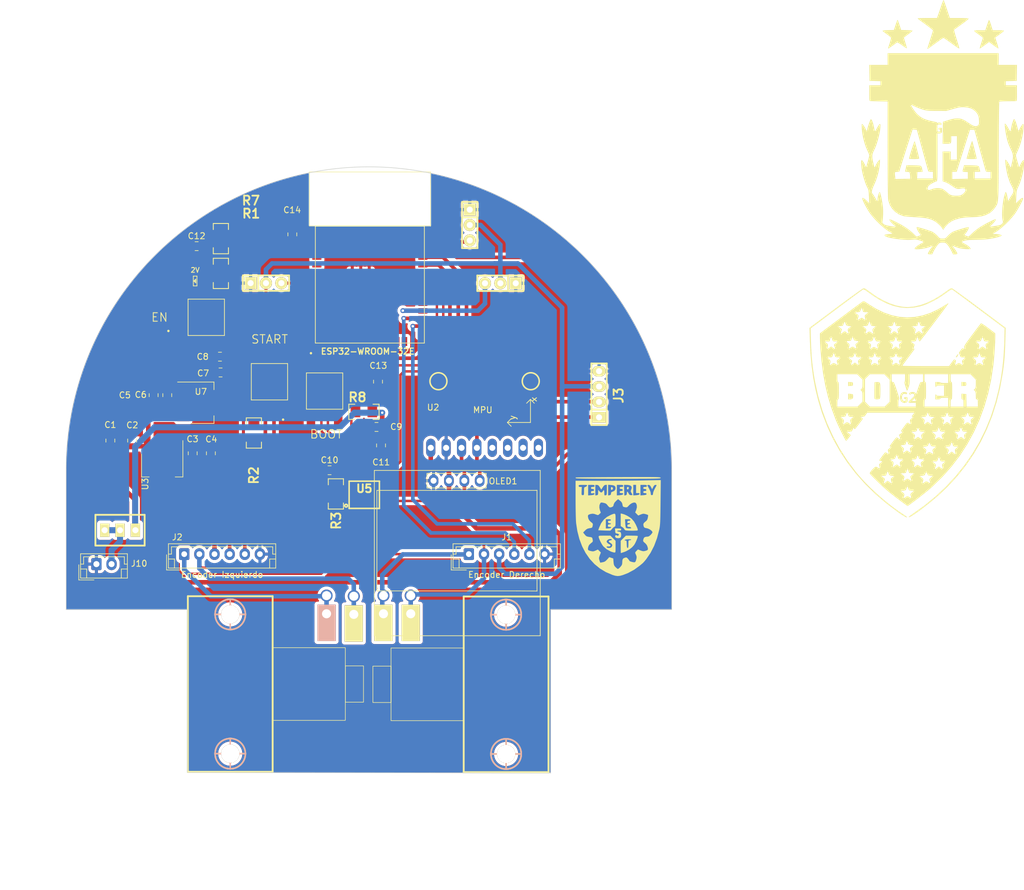
<source format=kicad_pcb>
(kicad_pcb (version 20221018) (generator pcbnew)
  (layers (0 "F.Cu" signal) (31 "B.Cu" signal) (34 "B.Paste" user) (35 "F.Paste" user) (36 "B.SilkS" user "B.Silkscreen") (37 "F.SilkS" user "F.Silkscreen") (38 "B.Mask" user) (39 "F.Mask" user) (44 "Edge.Cuts" user))
  (net 0 "")
  (net 1 "+BATT")
  (net 2 "GND")
  (net 3 "+5V")
  (net 4 "+3.3V")
  (net 5 "/EN")
  (net 6 "/BOOT")
  (net 7 "/OUT_A_MOTOR1")
  (net 8 "/OUT_B_MOTOR1")
  (net 9 "/OUT_M1_DA")
  (net 10 "/OUT_M1_DB")
  (net 11 "/OUT_A_MOTOR2")
  (net 12 "/OUT_B_MOTOR2")
  (net 13 "/OUT_M2_DA")
  (net 14 "/OUT_M2_DB")
  (net 15 "VCC")
  (net 16 "Net-(LED_ESP32-A)")
  (net 17 "/IR_IZQ")
  (net 18 "/IR_DER")
  (net 19 "/START")
  (net 20 "Net-(U5-nSLEEP)")
  (net 21 "/M2_IN1")
  (net 22 "/M2_IN2")
  (net 23 "/M1_IN2")
  (net 24 "/IR_FRONTAL")
  (net 25 "/TX")
  (net 26 "/RX")
  (net 27 "/M1_IN1")
  (net 31 "/SCL")
  (net 32 "/SDA")
  (net 35 "/INT_MPU6050")
  (net 36 "/NFAULT")
  (net 37 "Net-(U5-VCP)")
  (footprint "EESTN5:R_1206" (layer "F.Cu") (at 149.175 70.25)
    (fp_text reference "R8")
    (fp_text value "1OK" hide)
  )
  (footprint "EESTN5:R_1206" (layer "F.Cu") (at 131 73.75 90)
    (fp_text reference "R2")
    (fp_text value "10K" hide)
  )
  (footprint "Capacitor_SMD:C_0805_2012Metric" (layer "F.Cu") (at 137.35 40.95 90)
    (fp_text reference "C14")
    (fp_text value "100nF")
  )
  (footprint "Capacitor_SMD:C_0805_2012Metric" (layer "F.Cu") (at 125.5 63.75 180)
    (fp_text reference "C7")
    (fp_text value "100nF")
  )
  (footprint "Connector_JST:JST_EH_B6B-EH-A_1x06_P2.50mm_Vertical" (layer "F.Cu") (at 166.5 93.75)
    (fp_text reference "J1")
    (fp_text value "Encoder Derecho")
  )
  (footprint "Connector_JST:JST_EH_B2B-EH-A_1x02_P2.50mm_Vertical" (layer "F.Cu") (at 105 95.4)
    (fp_text reference "J10")
    (fp_text value "7.4v")
  )
  (footprint "EESTN5:EESTN5" (layer "F.Cu") (at 191.15 89.175)
    (fp_text reference "G1" hide)
    (fp_text value "LOGO_EESTN5_2" hide)
  )
  (footprint "EESTN5:Led_0805" (layer "F.Cu") (at 121.3 48.65 180)
    (fp_text reference "LED_ESP32" hide)
    (fp_text value "2V")
  )
  (footprint "Capacitor_SMD:C_0805_2012Metric" (layer "F.Cu") (at 120.9 77.1 -90)
    (fp_text reference "C3")
    (fp_text value "100nF")
  )
  (footprint "EESTN5:Cable_Doble_1,5mm" (layer "F.Cu") (at 147.5 103.7)
    (fp_text reference "J11" hide)
    (fp_text value "Cable_PAD" hide)
  )
  (footprint "EESTN5:pin_strip_4" (layer "F.Cu") (at 188 67.35 90)
    (fp_text reference "J3")
    (fp_text value "Programador" hide)
  )
  (footprint "Capacitor_SMD:C_0805_2012Metric" (layer "F.Cu") (at 116.7 67.5 90)
    (fp_text reference "C6")
    (fp_text value "100nF")
  )
  (footprint "EESTN5:Cable_Doble_1,5mm" (layer "F.Cu") (at 156.9 103.6)
    (fp_text reference "J7" hide)
    (fp_text value "Cable_PAD" hide)
  )
  (footprint "Capacitor_SMD:C_0805_2012Metric" (layer "F.Cu") (at 125.4 61.15 180)
    (fp_text reference "C8")
    (fp_text value "10uF")
  )
  (footprint "EESTN5:Pin_Strip_3" (layer "F.Cu") (at 166.65 39.41 -90)
    (fp_text reference "J8" hide)
    (fp_text value "Distancia_Frontal" hide)
  )
  (footprint "EESTN5:AFA" (layer "F.Cu") (at 244.729387 23.475069)
    (fp_text reference "G3")
    (fp_text value "LOGO" hide)
  )
  (footprint "EESTN5:Pololu_Micro_Con_Soporte_Simple" (layer "F.Cu") (at 127.1 115.2 -90)
    (fp_text reference "H1" hide)
    (fp_text value "Soporte_Motor_IZQ" hide)
  )
  (footprint "EESTN5:Pin_Strip_3" (layer "F.Cu") (at 171.704 49.022 180)
    (fp_text reference "J4" hide)
    (fp_text value "Distancia_Der" hide)
  )
  (footprint "EESTN5:128x64OLED" (layer "F.Cu") (at 164.29 92.225)
    (fp_text reference "OLED1")
    (fp_text value "SSD1306-SSD1306-128x64_OLED")
  )
  (footprint "EESTN5:Pololu_Micro_Con_Soporte_Simple" (layer "F.Cu") (at 172.65 115.25 90)
    (fp_text reference "H2" hide)
    (fp_text value "Soporte_Motor_DER" hide)
  )
  (footprint "Package_TO_SOT_SMD:SOT-223-3_TabPin2" (layer "F.Cu") (at 122.5 68.75)
    (fp_text reference "U7")
    (fp_text value "AMS1117-3.3")
  )
  (footprint "EESTN5:Pin_Strip_3" (layer "F.Cu") (at 133 49)
    (fp_text reference "J5" hide)
    (fp_text value "Distancia_Izq" hide)
  )
  (footprint "Capacitor_SMD:C_0805_2012Metric" (layer "F.Cu") (at 151.5 65.275 -90)
    (fp_text reference "C13")
    (fp_text value "1nf")
  )
  (footprint "EESTN5:Cable_Doble_1,5mm" (layer "F.Cu") (at 152.4 103.6)
    (fp_text reference "J6" hide)
    (fp_text value "Cable_PAD" hide)
  )
  (footprint "Capacitor_SMD:C_0805_2012Metric" (layer "F.Cu") (at 151.25 72.75)
    (fp_text reference "C9")
    (fp_text value "10uF")
  )
  (footprint "EESTN5:HTSSOP-16" (layer "F.Cu") (at 149.23 83.953)
    (fp_text reference "U5")
    (fp_text value "DRV8833" hide)
  )
  (footprint "Capacitor_SMD:C_0805_2012Metric" (layer "F.Cu") (at 143.5 79.9)
    (fp_text reference "C10")
    (fp_text value "2,2uF")
  )
  (footprint "EESTN5:Bover_huella_frontal" (layer "F.Cu") (at 239.031584 67.945451)
    (fp_text reference "G2")
    (fp_text value "LOGO" hide)
  )
  (footprint "EESTN5:R_1206" (layer "F.Cu") (at 125.55 41.65 -90)
    (fp_text reference "R7")
    (fp_text value "10K" hide)
  )
  (footprint "EESTN5:SW_SPDT_TH_100Mils_VERTICAL" (layer "F.Cu") (at 108.9 89.8)
    (fp_text reference "SW1" hide)
    (fp_text value "SW_SPDT" hide)
  )
  (footprint "Capacitor_SMD:C_0805_2012Metric" (layer "F.Cu") (at 152 75.8 -90)
    (fp_text reference "C11")
    (fp_text value "10nF")
  )
  (footprint "Footprints:MPU-6050" (layer "F.Cu") (at 160.21 76.2 90)
    (fp_text reference "U2")
    (fp_text value "MPU")
  )
  (footprint "EESTN5:R_1206" (layer "F.Cu") (at 144.54 83.81 90)
    (fp_text reference "R3")
    (fp_text value "47K" hide)
  )
  (footprint "EESTN5:SW_TL3301FF160QG" (layer "F.Cu") (at 123.1375 54.65)
    (fp_text reference "SW_EN1" hide)
    (fp_text value "EN")
  )
  (footprint "Package_TO_SOT_SMD:SOT-223-3_TabPin2" (layer "F.Cu") (at 115.862 79.097 -90)
    (fp_text reference "U3")
    (fp_text value "AMS1117-5.0")
  )
  (footprint "EESTN5:SW_TL3301FF160QG" (layer "F.Cu") (at 133.575 65.2875 90)
    (fp_text reference "SW_START1" hide)
    (fp_text value "START")
  )
  (footprint "EESTN5:R_1206" (layer "F.Cu") (at 125.55 47.4 -90)
    (fp_text reference "R1")
    (fp_text value "470" hide)
  )
  (footprint "Capacitor_SMD:C_0805_2012Metric" (layer "F.Cu") (at 107.3 75 90)
    (fp_text reference "C1")
    (fp_text value "10uF")
  )
  (footprint "Capacitor_SMD:C_0805_2012Metric" (layer "F.Cu") (at 114.45 67.5 90)
    (fp_text reference "C5")
    (fp_text value "10uF")
  )
  (footprint "EESTN5:ESP32-WROOM-32E" (layer "F.Cu") (at 150.15 49.145)
    (fp_text reference "U1" hide)
    (fp_text value "ESP32-WROOM-32E")
  )
  (footprint "Capacitor_SMD:C_0805_2012Metric" (layer "F.Cu") (at 123.9 77.1 90)
    (fp_text reference "C4")
    (fp_text value "10uF")
  )
  (footprint "Capacitor_SMD:C_0805_2012Metric" (layer "F.Cu") (at 110.9 75 90)
    (fp_text reference "C2")
    (fp_text value "100nF")
  )
  (footprint "Connector_JST:JST_EH_B6B-EH-A_1x06_P2.50mm_Vertical" (layer "F.Cu") (at 119.5 93.75)
    (fp_text reference "J2")
    (fp_text value "Encoder Izquierdo")
  )
  (footprint "Capacitor_SMD:C_0805_2012Metric" (layer "F.Cu") (at 121.55 42.9)
    (fp_text reference "C12")
    (fp_text value "1nf")
  )
  (footprint "EESTN5:SW_TL3301FF160QG" (layer "F.Cu") (at 142.675 66.825 -90)
    (fp_text reference "SW_BOOT1" hide)
    (fp_text value "BOOT")
  )
  (footprint "EESTN5:Cable_Doble_1,5mm" (layer "B.Cu") (at 143 103.6 180)
    (fp_text reference "J9" hide)
    (fp_text value "Cable_PAD" hide)
  )
  (gr_arc (start 100 79.8) (mid 150 29.8) (end 200 79.8) (stroke (width 0.1)) (layer "Edge.Cuts"))
  (gr_line (start 120 129.8) (end 120 102.9) (stroke (width 0.1)) (layer "Edge.Cuts"))
  (gr_line (start 180 102.9) (end 200 102.9) (stroke (width 0.1)) (layer "Edge.Cuts"))
  (gr_line (start 180 129.9) (end 180 102.9) (stroke (width 0.1)) (layer "Edge.Cuts"))
  (gr_line (start 120 102.9) (end 100 102.9) (stroke (width 0.1)) (layer "Edge.Cuts"))
  (gr_line (start 100 102.9) (end 100 79.8) (stroke (width 0.1)) (layer "Edge.Cuts"))
  (gr_line (start 200 102.9) (end 200 79.8) (stroke (width 0.1)) (layer "Edge.Cuts"))
  (gr_line (start 120.2 129.8) (end 180 129.9) (stroke (width 0.1)) (layer "Edge.Cuts"))
  (segment (start 107.5 93.1) (end 108.9 91.7) (width 1) (layer "B.Cu") (net 1))
  (segment (start 107.5 95.4) (end 107.5 93.1) (width 1) (layer "B.Cu") (net 1))
  (segment (start 108.9 91.7) (end 108.9 89.8) (width 1) (layer "B.Cu") (net 1))
  (segment (start 108.9 89.8) (end 106.36 89.8) (width 1) (layer "B.Cu") (net 1))
  (segment (start 158.4 81.6) (end 160.68 81.6) (width 0.4) (layer "F.Cu") (net 2))
  (segment (start 162.9 39.792) (end 162.9 37.252) (width 0.4) (layer "F.Cu") (net 2))
  (segment (start 139.82 40.92) (end 138.9 40) (width 0.4) (layer "F.Cu") (net 2))
  (segment (start 157.2 82.8) (end 158.4 81.6) (width 0.4) (layer "F.Cu") (net 2))
  (segment (start 148.905 80.753) (end 148.905 75.345) (width 0.4) (layer "F.Cu") (net 2))
  (segment (start 163.282 36.87) (end 166.65 36.87) (width 0.4) (layer "F.Cu") (net 2))
  (segment (start 148.905 80.753) (end 148.905 82.611) (width 0.4) (layer "F.Cu") (net 2))
  (segment (start 161.772 40.92) (end 162.9 39.792) (width 0.4) (layer "F.Cu") (net 2))
  (segment (start 158.9 40.92) (end 161.772 40.92) (width 0.4) (layer "F.Cu") (net 2))
  (segment (start 150.25 72.8) (end 150.3 72.75) (width 0.4) (layer "F.Cu") (net 2))
  (segment (start 149.95 72.8) (end 149.95 72.25) (width 0.4) (layer "F.Cu") (net 2))
  (segment (start 138.9 40) (end 137.35 40) (width 0.4) (layer "F.Cu") (net 2))
  (segment (start 148.905 82.611) (end 149.094 82.8) (width 0.4) (layer "F.Cu") (net 2))
  (segment (start 149.094 82.8) (end 157.2 82.8) (width 0.4) (layer "F.Cu") (net 2))
  (segment (start 141.4 40.92) (end 139.82 40.92) (width 0.4) (layer "F.Cu") (net 2))
  (segment (start 148.905 75.345) (end 150.25 74) (width 0.4) (layer "F.Cu") (net 2))
  (segment (start 150.25 74) (end 150.25 72.8) (width 0.4) (layer "F.Cu") (net 2))
  (segment (start 162.9 37.252) (end 163.282 36.87) (width 0.4) (layer "F.Cu") (net 2))
  (segment (start 123.6 80.9) (end 120.8 80.9) (width 0.75) (layer "F.Cu") (net 3))
  (segment (start 123.95 78) (end 123.9 78.05) (width 0.5) (layer "F.Cu") (net 3))
  (segment (start 115.862 82.247) (end 119.453 82.247) (width 1) (layer "F.Cu") (net 3))
  (segment (start 119.453 82.247) (end 120.6 81.1) (width 1) (layer "F.Cu") (net 3))
  (segment (start 120.6 78.35) (end 120.9 78.05) (width 1) (layer "F.Cu") (net 3))
  (segment (start 129.5 78) (end 123.95 78) (width 0.5) (layer "F.Cu") (net 3))
  (segment (start 133 53.4) (end 133 49) (width 0.5) (layer "F.Cu") (net 3))
  (segment (start 129.275 74.725) (end 129.275 57.125) (width 0.5) (layer "F.Cu") (net 3))
  (segment (start 124.5 93.75) (end 124.5 81.8) (width 0.75) (layer "F.Cu") (net 3))
  (segment (start 131 76.5) (end 129.5 78) (width 0.5) (layer "F.Cu") (net 3))
  (segment (start 120.6 81.1) (end 120.6 78.35) (width 1) (layer "F.Cu") (net 3))
  (segment (start 115.862 75.947) (end 115.862 82.247) (width 1) (layer "F.Cu") (net 3))
  (segment (start 120.8 80.9) (end 120.6 81.1) (width 0.75) (layer "F.Cu") (net 3))
  (segment (start 131 75.147) (end 129.697 75.147) (width 0.5) (layer "F.Cu") (net 3))
  (segment (start 129.697 75.147) (end 129.275 74.725) (width 0.5) (layer "F.Cu") (net 3))
  (segment (start 124.5 81.8) (end 123.6 80.9) (width 0.75) (layer "F.Cu") (net 3))
  (segment (start 129.275 57.125) (end 133 53.4) (width 0.5) (layer "F.Cu") (net 3))
  (segment (start 120.9 78.05) (end 123.9 78.05) (width 1) (layer "F.Cu") (net 3))
  (segment (start 131 75.147) (end 131 76.5) (width 0.5) (layer "F.Cu") (net 3))
  (segment (start 172.5 97) (end 180.75 97) (width 0.75) (layer "B.Cu") (net 3))
  (segment (start 133 46.75) (end 134 45.75) (width 0.75) (layer "B.Cu") (net 3))
  (segment (start 171.511 45.811) (end 171.45 45.75) (width 0.75) (layer "B.Cu") (net 3))
  (segment (start 171.704 42.672) (end 168.442 39.41) (width 0.75) (layer "B.Cu") (net 3))
  (segment (start 174.6 45.75) (end 174.661 45.811) (width 0.75) (layer "B.Cu") (net 3))
  (segment (start 170.718 45.75) (end 174.6 45.75) (width 0.75) (layer "B.Cu") (net 3))
  (segment (start 171.704 45.496) (end 171.704 42.672) (width 0.75) (layer "B.Cu") (net 3))
  (segment (start 171.704 46.004) (end 171.704 49.022) (width 0.75) (layer "B.Cu") (net 3))
  (segment (start 180.75 97) (end 181.9 95.85) (width 0.75) (layer "B.Cu") (net 3))
  (segment (start 171.45 45.75) (end 171.704 45.496) (width 0.75) (layer "B.Cu") (net 3))
  (segment (start 174.661 45.811) (end 171.511 45.811) (width 0.75) (layer "B.Cu") (net 3))
  (segment (start 134 45.75) (end 170.718 45.75) (width 0.75) (layer "B.Cu") (net 3))
  (segment (start 182.185 66.04) (end 181.9 66.325) (width 0.75) (layer "B.Cu") (net 3))
  (segment (start 133 49) (end 133 46.75) (width 0.75) (layer "B.Cu") (net 3))
  (segment (start 171.5 96) (end 172.5 97) (width 0.75) (layer "B.Cu") (net 3))
  (segment (start 170.718 45.75) (end 171.45 45.75) (width 0.75) (layer "B.Cu") (net 3))
  (segment (start 171.5 93.75) (end 171.5 96) (width 0.75) (layer "B.Cu") (net 3))
  (segment (start 168.442 39.41) (end 166.65 39.41) (width 0.75) (layer "B.Cu") (net 3))
  (segment (start 181.9 66.325) (end 181.9 53.05) (width 0.75) (layer "B.Cu") (net 3))
  (segment (start 187.96 66.04) (end 182.185 66.04) (width 0.75) (layer "B.Cu") (net 3))
  (segment (start 171.45 45.75) (end 171.704 46.004) (width 0.75) (layer "B.Cu") (net 3))
  (segment (start 181.9 95.85) (end 181.9 66.325) (width 0.75) (layer "B.Cu") (net 3))
  (segment (start 181.9 53.05) (end 174.661 45.811) (width 0.75) (layer "B.Cu") (net 3))
  (segment (start 179.984 98.4) (end 103.2 98.4) (width 0.75) (layer "F.Cu") (net 4))
  (segment (start 163.22 80.162) (end 162.052 78.994) (width 0.75) (layer "F.Cu") (net 4))
  (segment (start 137.35 41.9) (end 128.768 41.9) (width 0.75) (layer "F.Cu") (net 4))
  (segment (start 162.052 78.994) (end 160.782 78.994) (width 0.75) (layer "F.Cu") (net 4))
  (segment (start 144.54 79.89) (end 144.5 79.85) (width 0.75) (layer "F.Cu") (net 4))
  (segment (start 126.45 63.75) (end 126.45 61.25) (width 0.75) (layer "F.Cu") (net 4))
  (segment (start 148.255 83.255) (end 148.3 83.3) (width 0.4) (layer "F.Cu") (net 4))
  (segment (start 163.22 84.97) (end 167.75 89.5) (width 0.75) (layer "F.Cu") (net 4))
  (segment (start 148.255 80.753) (end 148.255 75.505) (width 0.4) (layer "F.Cu") (net 4))
  (segment (start 148.255 80.753) (end 148.255 83.255) (width 0.4) (layer "F.Cu") (net 4))
  (segment (start 160.21 78.422) (end 160.21 76.2) (width 0.75) (layer "F.Cu") (net 4))
  (segment (start 102.05 73.2) (end 116.25 59) (width 0.75) (layer "F.Cu") (net 4))
  (segment (start 116.3 49.3) (end 116.3 44.706) (width 0.75) (layer "F.Cu") (net 4))
  (segment (start 148.255 82.6) (end 148.255 83.255) (width 0.4) (layer "F.Cu") (net 4))
  (segment (start 147.1 70.928) (end 147.778 70.25) (width 0.4) (layer "F.Cu") (net 4))
  (segment (start 144.54 82.413) (end 148.068 82.413) (width 0.4) (layer "F.Cu") (net 4))
  (segment (start 123.1 54.925) (end 115.7 54.925) (width 0.75) (layer "F.Cu") (net 4))
  (segment (start 116.25 59) (end 126.35 59) (width 0.75) (layer "F.Cu") (net 4))
  (segment (start 126.35 58.175) (end 123.1 54.925) (width 0.75) (layer "F.Cu") (net 4))
  (segment (start 126.5 66) (end 126.5 63.8) (width 0.75) (layer "F.Cu") (net 4))
  (segment (start 148.255 84.555) (end 148.67 84.97) (width 0.4) (layer "F.Cu") (net 4))
  (segment (start 103.2 98.4) (end 102.05 97.25) (width 0.75) (layer "F.Cu") (net 4))
  (segment (start 137.35 41.9) (end 139.15 41.9) (width 0.75) (layer "F.Cu") (net 4))
  (segment (start 126.35 61.15) (end 126.35 59) (width 0.75) (layer "F.Cu") (net 4))
  (segment (start 127.121 40.253) (end 125.55 40.253) (width 0.75) (layer "F.Cu") (net 4))
  (segment (start 180.5 89.5) (end 181.5 90.5) (width 0.75) (layer "F.Cu") (net 4))
  (segment (start 181.5 90.5) (end 181.5 96.884) (width 0.75) (layer "F.Cu") (net 4))
  (segment (start 115.7 54.925) (end 114.7 53.925) (width 0.75) (layer "F.Cu") (net 4))
  (segment (start 125.65 68.75) (end 125.65 66.85) (width 0.75) (layer "F.Cu") (net 4))
  (segment (start 126.45 61.25) (end 126.35 61.15) (width 0.75) (layer "F.Cu") (net 4))
  (segment (start 102.05 97.25) (end 102.05 73.2) (width 0.75) (layer "F.Cu") (net 4))
  (segment (start 139.44 42.19) (end 141.4 42.19) (width 0.75) (layer "F.Cu") (net 4))
  (segment (start 126.5 63.8) (end 126.45 63.75) (width 0.75) (layer "F.Cu") (net 4))
  (segment (start 148.255 75.505) (end 147.1 74.35) (width 0.4) (layer "F.Cu") (net 4))
  (segment (start 126.35 59) (end 126.35 58.175) (width 0.75) (layer "F.Cu") (net 4))
  (segment (start 116.3 44.706) (end 120.753 40.253) (width 0.75) (layer "F.Cu") (net 4))
  (segment (start 139.15 41.9) (end 139.44 42.19) (width 0.75) (layer "F.Cu") (net 4))
  (segment (start 120.753 40.253) (end 125.55 40.253) (width 0.75) (layer "F.Cu") (net 4))
  (segment (start 148.068 82.413) (end 148.255 82.6) (width 0.4) (layer "F.Cu") (net 4))
  (segment (start 163.22 81.6) (end 163.22 84.97) (width 0.75) (layer "F.Cu") (net 4))
  (segment (start 163.22 81.6) (end 163.22 80.162) (width 0.75) (layer "F.Cu") (net 4))
  (segment (start 114.7 53.925) (end 114.7 50.9) (width 0.75) (layer "F.Cu") (net 4))
  (segment (start 125.65 68.75) (end 119.35 68.75) (width 0.75) (layer "F.Cu") (net 4))
  (segment (start 167.75 89.5) (end 180.5 89.5) (width 0.75) (layer "F.Cu") (net 4))
  (segment (start 160.782 78.994) (end 160.21 78.422) (width 0.75) (layer "F.Cu") (net 4))
  (segment (start 144.54 82.413) (end 144.54 79.89) (width 0.75) (layer "F.Cu") (net 4))
  (segment (start 128.768 41.9) (end 127.121 40.253) (width 0.75) (layer "F.Cu") (net 4))
  (segment (start 125.65 66.85) (end 126.5 66) (width 0.75) (layer "F.Cu") (net 4))
  (segment (start 147.1 74.35) (end 147.1 70.928) (width 0.4) (layer "F.Cu") (net 4))
  (segment (start 181.5 96.884) (end 179.984 98.4) (width 0.75) (layer "F.Cu") (net 4))
  (segment (start 148.67 84.97) (end 163.22 84.97) (width 0.4) (layer "F.Cu") (net 4))
  (segment (start 148.255 83.255) (end 148.255 84.555) (width 0.4) (layer "F.Cu") (net 4))
  (segment (start 114.7 50.9) (end 116.3 49.3) (width 0.75) (layer "F.Cu") (net 4))
  (segment (start 127.6875 52.4) (end 127.6875 46.6875) (width 0.6) (layer "F.Cu") (net 5))
  (segment (start 141.385 43.475) (end 125.978 43.475) (width 0.6) (layer "F.Cu") (net 5))
  (segment (start 122.5 44.1) (end 122.5 42.9) (width 0.6) (layer "F.Cu") (net 5))
  (segment (start 127.003 46.003) (end 125.55 46.003) (width 0.6) (layer "F.Cu") (net 5))
  (segment (start 122.95 45.9) (end 122.95 44.55) (width 0.6) (layer "F.Cu") (net 5))
  (segment (start 118.5875 52.4) (end 127.6875 52.4) (width 0.6) (layer "F.Cu") (net 5))
  (segment (start 125.978 43.475) (end 125.55 43.047) (width 0.6) (layer "F.Cu") (net 5))
  (segment (start 125.55 43.047) (end 122.647 43.047) (width 0.6) (layer "F.Cu") (net 5))
  (segment (start 122.647 43.047) (end 122.5 42.9) (width 0.6) (layer "F.Cu") (net 5))
  (segment (start 141.4 43.46) (end 141.385 43.475) (width 0.6) (layer "F.Cu") (net 5))
  (segment (start 127.6875 46.6875) (end 127.003 46.003) (width 0.6) (layer "F.Cu") (net 5))
  (segment (start 122.95 44.55) (end 122.5 44.1) (width 0.6) (layer "F.Cu") (net 5))
  (segment (start 125.55 46.003) (end 123.053 46.003) (width 0.6) (layer "F.Cu") (net 5))
  (segment (start 123.053 46.003) (end 122.95 45.9) (width 0.6) (layer "F.Cu") (net 5))
  (segment (start 150.572 70.25) (end 150.6 70.222) (width 0.6) (layer "F.Cu") (net 6))
  (segment (start 146.875 66.225) (end 146.65 66.225) (width 0.6) (layer "F.Cu") (net 6))
  (segment (start 144.925 68.175) (end 144.925 71.375) (width 0.6) (layer "F.Cu") (net 6))
  (segment (start 158.85 57.48) (end 158.85 60.5) (width 0.6) (layer "F.Cu") (net 6))
  (segment (start 157.95 61.4) (end 153.35 61.4) (width 0.6) (layer "F.Cu") (net 6))
  (segment (start 150.6 70.222) (end 150.6 68.175) (width 0.6) (layer "F.Cu") (net 6))
  (segment (start 151.5 67.275) (end 151.5 66.225) (width 0.6) (layer "F.Cu") (net 6))
  (segment (start 151.5 66.225) (end 146.875 66.225) (width 0.6) (layer "F.Cu") (net 6))
  (segment (start 152.9 61.85) (end 152.9 65.6) (width 0.6) (layer "F.Cu") (net 6))
  (segment (start 146.65 66.225) (end 144.925 64.5) (width 0.6) (layer "F.Cu") (net 6))
  (segment (start 144.925 64.5) (end 144.925 62.275) (width 0.6) (layer "F.Cu") (net 6))
  (segment (start 152.275 66.225) (end 151.5 66.225) (width 0.6) (layer "F.Cu") (net 6))
  (segment (start 146.875 66.225) (end 144.925 68.175) (width 0.6) (layer "F.Cu") (net 6))
  (segment (start 150.6 68.175) (end 151.5 67.275) (width 0.6) (layer "F.Cu") (net 6))
  (segment (start 153.35 61.4) (end 152.9 61.85) (width 0.6) (layer "F.Cu") (net 6))
  (segment (start 158.85 60.5) (end 157.95 61.4) (width 0.6) (layer "F.Cu") (net 6))
  (segment (start 152.9 65.6) (end 152.275 66.225) (width 0.6) (layer "F.Cu") (net 6))
  (segment (start 158.9 57.43) (end 158.85 57.48) (width 0.6) (layer "F.Cu") (net 6))
  (segment (start 149.555 90.155) (end 153.15 93.75) (width 0.4) (layer "F.Cu") (net 7))
  (segment (start 153.15 93.75) (end 166.5 93.75) (width 0.4) (layer "F.Cu") (net 7))
  (segment (start 149.555 87.153) (end 149.555 90.155) (width 0.4) (layer "F.Cu") (net 7))
  (segment (start 152.2 100.8) (end 152.2 97.2) (width 0.75) (layer "B.Cu") (net 7))
  (segment (start 166.45 93.8) (end 166.5 93.75) (width 0.75) (layer "B.Cu") (net 7))
  (segment (start 152.2 100.8) (end 152.2 103.8) (width 0.75) (layer "B.Cu") (net 7))
  (segment (start 155.6 93.8) (end 166.45 93.8) (width 0.75) (layer "B.Cu") (net 7))
  (segment (start 152.2 97.2) (end 155.6 93.8) (width 0.75) (layer "B.Cu") (net 7))
  (segment (start 152.848 91.948) (end 150.855 89.955) (width 0.4) (layer "F.Cu") (net 8))
  (segment (start 168.598 91.948) (end 152.848 91.948) (width 0.4) (layer "F.Cu") (net 8))
  (segment (start 150.855 89.955) (end 150.855 87.153) (width 0.4) (layer "F.Cu") (net 8))
  (segment (start 169 92.35) (end 168.598 91.948) (width 0.4) (layer "F.Cu") (net 8))
  (segment (start 169 93.75) (end 169 92.35) (width 0.4) (layer "F.Cu") (net 8))
  (segment (start 156.9 100.6) (end 157.1 100.4) (width 0.75) (layer "B.Cu") (net 8))
  (segment (start 169 97.7) (end 169 93.75) (width 0.75) (layer "B.Cu") (net 8))
  (segment (start 156.9 103.5) (end 156.9 100.6) (width 0.75) (layer "B.Cu") (net 8))
  (segment (start 166.3 100.4) (end 169 97.7) (width 0.75) (layer "B.Cu") (net 8))
  (segment (start 157.1 100.4) (end 166.3 100.4) (width 0.75) (layer "B.Cu") (net 8))
  (segment (start 157.1 103.7) (end 156.9 103.5) (width 0.75) (layer "B.Cu") (net 8))
  (segment (start 155.75 54.825) (end 158.835 54.825) (width 0.6) (layer "F.Cu") (net 9))
  (segment (start 158.835 54.825) (end 158.9 54.89) (width 0.6) (layer "F.Cu") (net 9))
  (via (at 155.75 54.825) (size 0.8) (drill 0.4) (layers "F.Cu" "B.Cu") (net 9))
  (segment (start 160.25 90.25) (end 172.5 90.25) (width 0.6) (layer "B.Cu") (net 9))
  (segment (start 155.75 54.825) (end 155.75 85.75) (width 0.6) (layer "B.Cu") (net 9))
  (segment (start 172.5 90.25) (end 174 91.75) (width 0.6) (layer "B.Cu") (net 9))
  (segment (start 155.75 85.75) (end 160.25 90.25) (width 0.6) (layer "B.Cu") (net 9))
  (segment (start 174 91.75) (end 174 93.75) (width 0.6) (layer "B.Cu") (net 9))
  (segment (start 157.275 56.1) (end 158.84 56.1) (width 0.6) (layer "F.Cu") (net 10))
  (segment (start 158.84 56.1) (end 158.9 56.16) (width 0.6) (layer "F.Cu") (net 10))
  (segment (start 157.25 56.125) (end 157.275 56.1) (width 0.6) (layer "F.Cu") (net 10))
  (via (at 157.25 56.125) (size 0.8) (drill 0.4) (layers "F.Cu" "B.Cu") (net 10))
  (segment (start 173.75 88.75) (end 176.5 91.5) (width 0.6) (layer "B.Cu") (net 10))
  (segment (start 157.25 84.75) (end 161.25 88.75) (width 0.6) (layer "B.Cu") (net 10))
  (segment (start 161.25 88.75) (end 173.75 88.75) (width 0.6) (layer "B.Cu") (net 10))
  (segment (start 176.5 91.5) (end 176.5 93.75) (width 0.6) (layer "B.Cu") (net 10))
  (segment (start 157.25 56.125) (end 157.25 84.75) (width 0.6) (layer "B.Cu") (net 10))
  (segment (start 119.5 96.1) (end 120.4 97) (width 0.4) (layer "F.Cu") (net 11))
  (segment (start 142.1 97) (end 148.905 90.195) (width 0.4) (layer "F.Cu") (net 11))
  (segment (start 120.4 97) (end 142.1 97) (width 0.4) (layer "F.Cu") (net 11))
  (segment (start 148.905 90.195) (end 148.905 87.153) (width 0.4) (layer "F.Cu") (net 11))
  (segment (start 119.5 93.75) (end 119.5 96.1) (width 0.4) (layer "F.Cu") (net 11))
  (segment (start 143 100.6) (end 142.9 100.7) (width 0.75) (layer "B.Cu") (net 11))
  (segment (start 119.5 96.3) (end 119.5 93.75) (width 0.75) (layer "B.Cu") (net 11))
  (segment (start 123.9 100.7) (end 119.5 96.3) (width 0.75) (layer "B.Cu") (net 11))
  (segment (start 143 100.6) (end 143 103.6) (width 0.75) (layer "B.Cu") (net 11))
  (segment (start 142.9 100.7) (end 123.9 100.7) (width 0.75) (layer "B.Cu") (net 11))
  (segment (start 141.5 96) (end 122.4 96) (width 0.4) (layer "F.Cu") (net 12))
  (segment (start 147.605 87.153) (end 147.605 89.895) (width 0.4) (layer "F.Cu") (net 12))
  (segment (start 122.4 96) (end 122 95.6) (width 0.4) (layer "F.Cu") (net 12))
  (segment (start 122 95.6) (end 122 93.75) (width 0.4) (layer "F.Cu") (net 12))
  (segment (start 147.605 89.895) (end 141.5 96) (width 0.4) (layer "F.Cu") (net 12))
  (segment (start 147.5 100.7) (end 147.5 98.7) (width 0.75) (layer "B.Cu") (net 12))
  (segment (start 123.7 97.8) (end 122 96.1) (width 0.75) (layer "B.Cu") (net 12))
  (segment (start 122 93.75) (end 122 95.8) (width 0.4) (layer "B.Cu") (net 12))
  (segment (start 146.6 97.8) (end 123.7 97.8) (width 0.75) (layer "B.Cu") (net 12))
  (segment (start 147.5 98.7) (end 146.6 97.8) (width 0.75) (layer "B.Cu") (net 12))
  (segment (start 122 95.8) (end 122.5 96.3) (width 0.4) (layer "B.Cu") (net 12))
  (segment (start 122 96.1) (end 122 93.75) (width 0.75) (layer "B.Cu") (net 12))
  (segment (start 147.5 103.7) (end 147.5 100.7) (width 0.75) (layer "B.Cu") (net 12))
  (segment (start 138.425 51.075) (end 141.395 51.075) (width 0.6) (layer "F.Cu") (net 13))
  (segment (start 127.254 80.01) (end 129.286 80.01) (width 0.6) (layer "F.Cu") (net 13))
  (segment (start 127 93.75) (end 127 80.264) (width 0.6) (layer "F.Cu") (net 13))
  (segment (start 132.9 56.6) (end 138.425 51.075) (width 0.6) (layer "F.Cu") (net 13))
  (segment (start 141.395 51.075) (end 141.4 51.08) (width 0.6) (layer "F.Cu") (net 13))
  (segment (start 132.9 76.396) (end 132.9 56.6) (width 0.6) (layer "F.Cu") (net 13))
  (segment (start 129.286 80.01) (end 132.9 76.396) (width 0.6) (layer "F.Cu") (net 13))
  (segment (start 127 80.264) (end 127.254 80.01) (width 0.6) (layer "F.Cu") (net 13))
  (segment (start 129.5 93.75) (end 129.5 90.638) (width 0.6) (layer "F.Cu") (net 14))
  (segment (start 134.325 77.257) (end 134.325 56.925) (width 0.6) (layer "F.Cu") (net 14))
  (segment (start 128.524 83.058) (end 134.325 77.257) (width 0.6) (layer "F.Cu") (net 14))
  (segment (start 134.325 56.925) (end 138.9 52.35) (width 0.6) (layer "F.Cu") (net 14))
  (segment (start 129.5 90.638) (end 128.524 89.662) (width 0.6) (layer "F.Cu") (net 14))
  (segment (start 128.524 89.662) (end 128.524 83.058) (width 0.6) (layer "F.Cu") (net 14))
  (segment (start 138.9 52.35) (end 141.4 52.35) (width 0.6) (layer "F.Cu") (net 14))
  (segment (start 113.562 75.947) (end 110.903 75.947) (width 0.75) (layer "F.Cu") (net 15))
  (segment (start 152.2 70.4) (end 152.2 72.75) (width 0.75) (layer "F.Cu") (net 15))
  (segment (start 152 74.85) (end 152 72.95) (width 0.4) (layer "F.Cu") (net 15))
  (segment (start 113.562 71.388) (end 113.9 71.05) (width 0.75) (layer "F.Cu") (net 15))
  (segment (start 150.9 74.85) (end 152 74.85) (width 0.4) (layer "F.Cu") (net 15))
  (segment (start 152 72.95) (end 152.2 72.75) (width 0.4) (layer "F.Cu") (net 15))
  (segment (start 107.3 75.95) (end 107.3 80.7) (width 0.75) (layer "F.Cu") (net 15))
  (segment (start 114.5 71.05) (end 119.35 71.05) (width 0.75) (layer "F.Cu") (net 15))
  (segment (start 149.95 77.4) (end 149.95 75.8) (width 0.4) (layer "F.Cu") (net 15))
  (segment (start 113.562 71.388) (end 113.562 75.947) (width 0.75) (layer "F.Cu") (net 15))
  (segment (start 149.95 75.8) (end 150.9 74.85) (width 0.4) (layer "F.Cu") (net 15))
  (segment (start 152 74.85) (end 151.75 74.85) (width 0.4) (layer "F.Cu") (net 15))
  (segment (start 149.555 77.795) (end 149.95 77.4) (width 0.4) (layer "F.Cu") (net 15))
  (segment (start 114.45 68.45) (end 116.7 68.45) (width 0.75) (layer "F.Cu") (net 15))
  (segment (start 113.9 71.05) (end 114.5 71.05) (width 0.75) (layer "F.Cu") (net 15))
  (segment (start 111.3 89.66) (end 111.44 89.8) (width 0.75) (layer "F.Cu") (net 15))
  (segment (start 114.5 71.05) (end 114.5 68.5) (width 0.75) (layer "F.Cu") (net 15))
  (segment (start 107.3 80.7) (end 111.3 84.7) (width 0.75) (layer "F.Cu") (net 15))
  (segment (start 149.555 80.753) (end 149.555 77.795) (width 0.4) (layer "F.Cu") (net 15))
  (segment (start 114.5 68.5) (end 114.45 68.45) (width 0.75) (layer "F.Cu") (net 15))
  (segment (start 111.3 84.7) (end 111.3 89.66) (width 0.75) (layer "F.Cu") (net 15))
  (segment (start 110.9 75.95) (end 107.3 75.95) (width 0.75) (layer "F.Cu") (net 15))
  (segment (start 110.903 75.947) (end 110.9 75.95) (width 0.75) (layer "F.Cu") (net 15))
  (via (at 152.2 70.4) (size 0.8) (drill 0.4) (layers "F.Cu" "B.Cu") (net 15))
  (segment (start 152.2 70.4) (end 147.6 70.4) (width 1) (layer "B.Cu") (net 15))
  (segment (start 111.4 76) (end 111.4 89.76) (width 1) (layer "B.Cu") (net 15))
  (segment (start 145.2 72.8) (end 114.6 72.8) (width 1) (layer "B.Cu") (net 15))
  (segment (start 111.4 89.76) (end 111.44 89.8) (width 1) (layer "B.Cu") (net 15))
  (segment (start 114.6 72.8) (end 111.4 76) (width 1) (layer "B.Cu") (net 15))
  (segment (start 147.6 70.4) (end 145.2 72.8) (width 1) (layer "B.Cu") (net 15))
  (segment (start 125.403 48.65) (end 125.55 48.797) (width 0.6) (layer "F.Cu") (net 16))
  (segment (start 122.34902 48.65) (end 125.403 48.65) (width 0.6) (layer "F.Cu") (net 16))
  (segment (start 155.6 53.55) (end 155.67 53.62) (width 0.5) (layer "F.Cu") (net 17))
  (segment (start 155.67 53.62) (end 158.9 53.62) (width 0.5) (layer "F.Cu") (net 17))
  (via (at 155.6 53.55) (size 0.8) (drill 0.4) (layers "F.Cu" "B.Cu") (net 17))
  (segment (start 168 53.55) (end 155.6 53.55) (width 0.75) (layer "B.Cu") (net 17))
  (segment (start 169.164 52.386) (end 168 53.55) (width 0.75) (layer "B.Cu") (net 17))
  (segment (start 169.164 49.022) (end 169.164 52.386) (width 0.75) (layer "B.Cu") (net 17))
  (segment (start 137.65 49) (end 138.1 48.55) (width 0.5) (layer "F.Cu") (net 18))
  (segment (start 138.1 48.55) (end 141.39 48.55) (width 0.5) (layer "F.Cu") (net 18))
  (segment (start 141.39 48.55) (end 141.4 48.54) (width 0.5) (layer "F.Cu") (net 18))
  (segment (start 135.54 49) (end 137.65 49) (width 0.5) (layer "F.Cu") (net 18))
  (segment (start 131 72.353) (end 131.3 72.053) (width 0.5) (layer "F.Cu") (net 19))
  (segment (start 141.385 49.825) (end 141.4 49.81) (width 0.5) (layer "F.Cu") (net 19))
  (segment (start 131.3 72.053) (end 131.3 56.95) (width 0.5) (layer "F.Cu") (net 19))
  (segment (start 138.425 49.825) (end 141.385 49.825) (width 0.5) (layer "F.Cu") (net 19))
  (segment (start 131.3 56.95) (end 138.425 49.825) (width 0.5) (layer "F.Cu") (net 19))
  (segment (start 145.153 87.153) (end 144.54 86.54) (width 0.4) (layer "F.Cu") (net 20))
  (segment (start 146.955 87.153) (end 145.153 87.153) (width 0.4) (layer "F.Cu") (net 20))
  (segment (start 144.54 86.54) (end 144.54 85.207) (width 0.4) (layer "F.Cu") (net 20))
  (segment (start 146.955 78.255) (end 146.955 80.753) (width 0.4) (layer "F.Cu") (net 21))
  (segment (start 140.38 53.62) (end 140 54) (width 0.4) (layer "F.Cu") (net 21))
  (segment (start 140 54) (end 140 58) (width 0.4) (layer "F.Cu") (net 21))
  (segment (start 140 58) (end 142.15 60.15) (width 0.4) (layer "F.Cu") (net 21))
  (segment (start 141.4 53.62) (end 140.38 53.62) (width 0.4) (layer "F.Cu") (net 21))
  (segment (start 142.15 73.45) (end 146.955 78.255) (width 0.4) (layer "F.Cu") (net 21))
  (segment (start 142.15 60.15) (end 142.15 73.45) (width 0.4) (layer "F.Cu") (net 21))
  (segment (start 143.225 55.04) (end 143.075 54.89) (width 0.4) (layer "F.Cu") (net 22))
  (segment (start 143.225 73.425) (end 143.225 55.04) (width 0.4) (layer "F.Cu") (net 22))
  (segment (start 143.075 54.89) (end 141.4 54.89) (width 0.4) (layer "F.Cu") (net 22))
  (segment (start 147.605 80.753) (end 147.605 77.805) (width 0.4) (layer "F.Cu") (net 22))
  (segment (start 147.605 77.805) (end 143.225 73.425) (width 0.4) (layer "F.Cu") (net 22))
  (segment (start 161.225 51.35) (end 160.955 51.08) (width 0.4) (layer "F.Cu") (net 23))
  (segment (start 154.05 63.1) (end 154.575 62.575) (width 0.4) (layer "F.Cu") (net 23))
  (segment (start 150.855 80.753) (end 150.855 79.523) (width 0.4) (layer "F.Cu") (net 23))
  (segment (start 158.525 62.575) (end 161.225 59.875) (width 0.4) (layer "F.Cu") (net 23))
  (segment (start 151.384 78.994) (end 152.4 78.994) (width 0.4) (layer "F.Cu") (net 23))
  (segment (start 160.955 51.08) (end 158.9 51.08) (width 0.4) (layer "F.Cu") (net 23))
  (segment (start 154.575 62.575) (end 158.525 62.575) (width 0.4) (layer "F.Cu") (net 23))
  (segment (start 161.225 59.875) (end 161.225 51.35) (width 0.4) (layer "F.Cu") (net 23))
  (segment (start 150.855 79.523) (end 151.384 78.994) (width 0.4) (layer "F.Cu") (net 23))
  (segment (start 152.4 78.994) (end 154.05 77.344) (width 0.4) (layer "F.Cu") (net 23))
  (segment (start 154.05 77.344) (end 154.05 63.1) (width 0.4) (layer "F.Cu") (net 23))
  (segment (start 158.91 42.2) (end 158.9 42.19) (width 0.6) (layer "F.Cu") (net 24))
  (segment (start 166.65 41.95) (end 166.4 42.2) (width 0.6) (layer "F.Cu") (net 24))
  (segment (start 166.4 42.2) (end 158.91 42.2) (width 0.6) (layer "F.Cu") (net 24))
  (segment (start 158.905 44.725) (end 162.225 44.725) (width 0.6) (layer "F.Cu") (net 25))
  (segment (start 166.116 54.864) (end 179.832 68.58) (width 0.6) (layer "F.Cu") (net 25))
  (segment (start 158.9 44.73) (end 158.905 44.725) (width 0.6) (layer "F.Cu") (net 25))
  (segment (start 162.225 44.725) (end 166.116 48.616) (width 0.6) (layer "F.Cu") (net 25))
  (segment (start 166.116 48.616) (end 166.116 54.864) (width 0.6) (layer "F.Cu") (net 25))
  (segment (start 179.832 68.58) (end 187.96 68.58) (width 0.6) (layer "F.Cu") (net 25))
  (segment (start 164.75 55.784) (end 180.086 71.12) (width 0.6) (layer "F.Cu") (net 26))
  (segment (start 161.5 46) (end 164.75 49.25) (width 0.6) (layer "F.Cu") (net 26))
  (segment (start 180.086 71.12) (end 187.96 71.12) (width 0.6) (layer "F.Cu") (net 26))
  (segment (start 164.75 49.25) (end 164.75 55.784) (width 0.6) (layer "F.Cu") (net 26))
  (segment (start 158.9 46) (end 161.5 46) (width 0.6) (layer "F.Cu") (net 26))
  (segment (start 158.9 49.81) (end 161.61 49.81) (width 0.4) (layer "F.Cu") (net 27))
  (segment (start 152.927 80.753) (end 151.505 80.753) (width 0.4) (layer "F.Cu") (net 27))
  (segment (start 155.2 64.15) (end 155.2 78.48) (width 0.4) (layer "F.Cu") (net 27))
  (segment (start 161.61 49.81) (end 162.275 50.475) (width 0.4) (layer "F.Cu") (net 27))
  (segment (start 155.775 63.575) (end 155.2 64.15) (width 0.4) (layer "F.Cu") (net 27))
  (segment (start 162.275 50.475) (end 162.275 60.65) (width 0.4) (layer "F.Cu") (net 27))
  (segment (start 159.35 63.575) (end 155.775 63.575) (width 0.4) (layer "F.Cu") (net 27))
  (segment (start 162.275 60.65) (end 159.35 63.575) (width 0.4) (layer "F.Cu") (net 27))
  (segment (start 155.2 78.48) (end 152.927 80.753) (width 0.4) (layer "F.Cu") (net 27))
  (segment (start 158.9 43.46) (end 158.94 43.5) (width 0.6) (layer "F.Cu") (net 31))
  (segment (start 165.29 79.04) (end 165.29 76.2) (width 0.6) (layer "F.Cu") (net 31))
  (segment (start 165.76 79.51) (end 165.29 79.04) (width 0.6) (layer "F.Cu") (net 31))
  (segment (start 167 85.25) (end 166 84.25) (width 0.6) (layer "F.Cu") (net 31))
  (segment (start 158.94 43.5) (end 163.25 43.5) (width 0.6) (layer "F.Cu") (net 31))
  (segment (start 164.5 44.75) (end 178.5 44.75) (width 0.6) (layer "F.Cu") (net 31))
  (segment (start 165.76 83.96) (end 165.76 81.6) (width 0.6) (layer "F.Cu") (net 31))
  (segment (start 192.25 77.25) (end 182.75 77.25) (width 0.6) (layer "F.Cu") (net 31))
  (segment (start 166 84.2) (end 165.76 83.96) (width 0.6) (layer "F.Cu") (net 31))
  (segment (start 166 84.25) (end 166 84.2) (width 0.6) (layer "F.Cu") (net 31))
  (segment (start 194.75 74.75) (end 192.25 77.25) (width 0.6) (layer "F.Cu") (net 31))
  (segment (start 178.5 44.75) (end 194.75 61) (width 0.6) (layer "F.Cu") (net 31))
  (segment (start 182.75 77.25) (end 174.75 85.25) (width 0.6) (layer "F.Cu") (net 31))
  (segment (start 165.76 81.6) (end 165.76 79.51) (width 0.6) (layer "F.Cu") (net 31))
  (segment (start 163.25 43.5) (end 164.5 44.75) (width 0.6) (layer "F.Cu") (net 31))
  (segment (start 194.75 61) (end 194.75 74.75) (width 0.6) (layer "F.Cu") (net 31))
  (segment (start 174.75 85.25) (end 167 85.25) (width 0.6) (layer "F.Cu") (net 31))
  (segment (start 161.02 47.27) (end 158.9 47.27) (width 0.6) (layer "F.Cu") (net 32))
  (segment (start 163.375 49.625) (end 161.02 47.27) (width 0.6) (layer "F.Cu") (net 32))
  (segment (start 168.3 79.55) (end 167.83 79.08) (width 0.6) (layer "F.Cu") (net 32))
  (segment (start 167.83 76.2) (end 167.83 71.08) (width 0.6) (layer "F.Cu") (net 32))
  (segment (start 163.375 66.625) (end 163.375 49.625) (width 0.6) (layer "F.Cu") (net 32))
  (segment (start 167.83 71.08) (end 163.375 66.625) (width 0.6) (layer "F.Cu") (net 32))
  (segment (start 167.83 79.08) (end 167.83 76.2) (width 0.6) (layer "F.Cu") (net 32))
  (segment (start 168.3 81.6) (end 168.3 79.55) (width 0.6) (layer "F.Cu") (net 32))
  (segment (start 150.55 77.05) (end 150.85 76.75) (width 0.4) (layer "F.Cu") (net 37))
  (segment (start 150.55 77.648528) (end 150.55 77.05) (width 0.4) (layer "F.Cu") (net 37))
  (segment (start 150.205 77.993528) (end 150.55 77.648528) (width 0.4) (layer "F.Cu") (net 37))
  (segment (start 150.205 80.753) (end 150.205 77.993528) (width 0.4) (layer "F.Cu") (net 37))
  (segment (start 150.85 76.75) (end 152 76.75) (width 0.4) (layer "F.Cu") (net 37))
  (zone (net 2) (net_name "GND") (layers "F&B.Cu") (connect_pads (clearance 0.5)) (min_thickness 0.25) (fill yes (thermal_gap 0.5) (thermal_bridge_width 0.5))
    (polygon (pts (xy 200.055689 129.799902) (xy 199.855689 29.699902) (xy 99.655689 29.699902) (xy 99.955689 129.899902)))
  )
)
</source>
